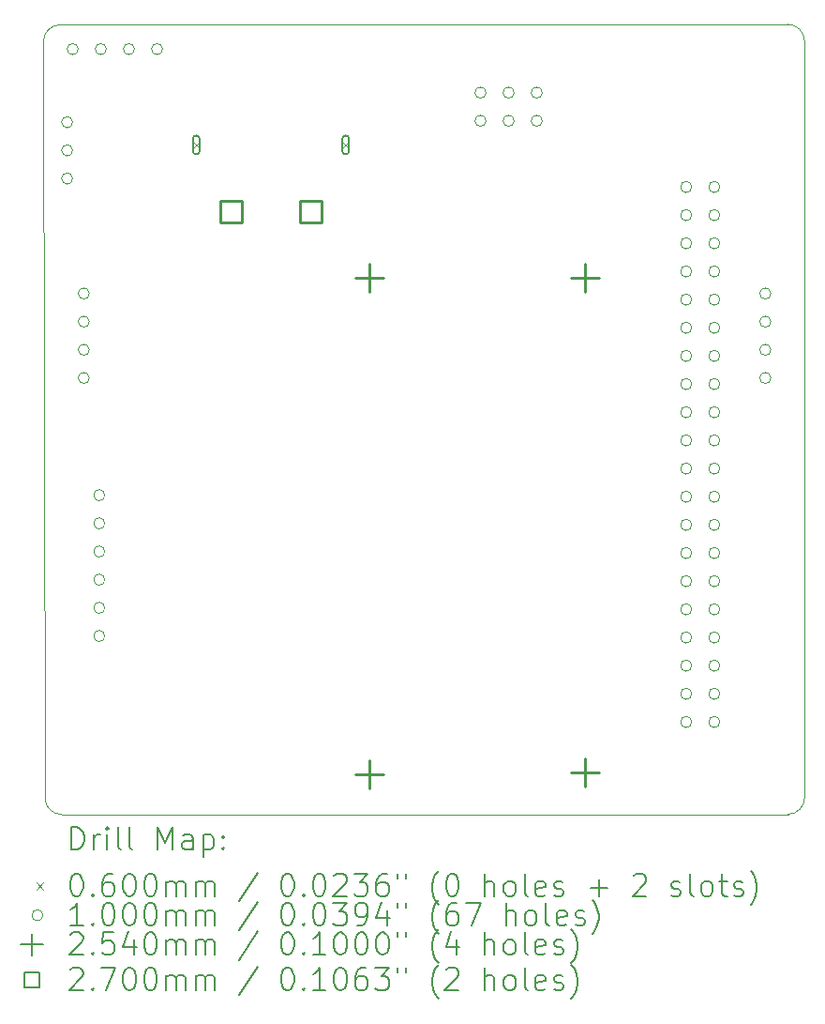
<source format=gbr>
%TF.GenerationSoftware,KiCad,Pcbnew,6.0.8-f2edbf62ab~116~ubuntu22.04.1*%
%TF.CreationDate,2022-11-20T23:04:18-05:00*%
%TF.ProjectId,Pi_HAT_Simple_V3,50695f48-4154-45f5-9369-6d706c655f56,rev?*%
%TF.SameCoordinates,Original*%
%TF.FileFunction,Drillmap*%
%TF.FilePolarity,Positive*%
%FSLAX45Y45*%
G04 Gerber Fmt 4.5, Leading zero omitted, Abs format (unit mm)*
G04 Created by KiCad (PCBNEW 6.0.8-f2edbf62ab~116~ubuntu22.04.1) date 2022-11-20 23:04:18*
%MOMM*%
%LPD*%
G01*
G04 APERTURE LIST*
%ADD10C,0.100000*%
%ADD11C,0.200000*%
%ADD12C,0.060000*%
%ADD13C,0.254000*%
%ADD14C,0.270000*%
G04 APERTURE END LIST*
D10*
X9446066Y-6476250D02*
X16019283Y-6472408D01*
X9446066Y-6476246D02*
G75*
G03*
X9296066Y-6626250I4J-150004D01*
G01*
X9310000Y-13450000D02*
X9296066Y-6626250D01*
X16020717Y-13597592D02*
G75*
G03*
X16170717Y-13447592I-4J150004D01*
G01*
X16169283Y-6622408D02*
X16170717Y-13447592D01*
X9310000Y-13450000D02*
G75*
G03*
X9460000Y-13600000I150000J0D01*
G01*
X16169283Y-6622408D02*
G75*
G03*
X16019283Y-6472408I-150000J0D01*
G01*
X16020717Y-13597592D02*
X9460000Y-13600000D01*
D11*
D12*
X10645000Y-7530000D02*
X10705000Y-7590000D01*
X10705000Y-7530000D02*
X10645000Y-7590000D01*
D11*
X10645000Y-7505000D02*
X10645000Y-7615000D01*
X10705000Y-7505000D02*
X10705000Y-7615000D01*
X10645000Y-7615000D02*
G75*
G03*
X10705000Y-7615000I30000J0D01*
G01*
X10705000Y-7505000D02*
G75*
G03*
X10645000Y-7505000I-30000J0D01*
G01*
D12*
X11995000Y-7530000D02*
X12055000Y-7590000D01*
X12055000Y-7530000D02*
X11995000Y-7590000D01*
D11*
X11995000Y-7505000D02*
X11995000Y-7615000D01*
X12055000Y-7505000D02*
X12055000Y-7615000D01*
X11995000Y-7615000D02*
G75*
G03*
X12055000Y-7615000I30000J0D01*
G01*
X12055000Y-7505000D02*
G75*
G03*
X11995000Y-7505000I-30000J0D01*
G01*
D10*
X9560000Y-7355000D02*
G75*
G03*
X9560000Y-7355000I-50000J0D01*
G01*
X9560000Y-7609000D02*
G75*
G03*
X9560000Y-7609000I-50000J0D01*
G01*
X9560000Y-7863000D02*
G75*
G03*
X9560000Y-7863000I-50000J0D01*
G01*
X9610000Y-6695000D02*
G75*
G03*
X9610000Y-6695000I-50000J0D01*
G01*
X9710000Y-8900000D02*
G75*
G03*
X9710000Y-8900000I-50000J0D01*
G01*
X9710000Y-9154000D02*
G75*
G03*
X9710000Y-9154000I-50000J0D01*
G01*
X9710000Y-9408000D02*
G75*
G03*
X9710000Y-9408000I-50000J0D01*
G01*
X9710000Y-9662000D02*
G75*
G03*
X9710000Y-9662000I-50000J0D01*
G01*
X9850000Y-10720000D02*
G75*
G03*
X9850000Y-10720000I-50000J0D01*
G01*
X9850000Y-10974000D02*
G75*
G03*
X9850000Y-10974000I-50000J0D01*
G01*
X9850000Y-11228000D02*
G75*
G03*
X9850000Y-11228000I-50000J0D01*
G01*
X9850000Y-11482000D02*
G75*
G03*
X9850000Y-11482000I-50000J0D01*
G01*
X9850000Y-11736000D02*
G75*
G03*
X9850000Y-11736000I-50000J0D01*
G01*
X9850000Y-11990000D02*
G75*
G03*
X9850000Y-11990000I-50000J0D01*
G01*
X9864000Y-6695000D02*
G75*
G03*
X9864000Y-6695000I-50000J0D01*
G01*
X10118000Y-6695000D02*
G75*
G03*
X10118000Y-6695000I-50000J0D01*
G01*
X10372000Y-6695000D02*
G75*
G03*
X10372000Y-6695000I-50000J0D01*
G01*
X13292500Y-7088500D02*
G75*
G03*
X13292500Y-7088500I-50000J0D01*
G01*
X13292500Y-7342500D02*
G75*
G03*
X13292500Y-7342500I-50000J0D01*
G01*
X13546500Y-7088500D02*
G75*
G03*
X13546500Y-7088500I-50000J0D01*
G01*
X13546500Y-7342500D02*
G75*
G03*
X13546500Y-7342500I-50000J0D01*
G01*
X13800500Y-7088500D02*
G75*
G03*
X13800500Y-7088500I-50000J0D01*
G01*
X13800500Y-7342500D02*
G75*
G03*
X13800500Y-7342500I-50000J0D01*
G01*
X15150000Y-7940000D02*
G75*
G03*
X15150000Y-7940000I-50000J0D01*
G01*
X15150000Y-8194000D02*
G75*
G03*
X15150000Y-8194000I-50000J0D01*
G01*
X15150000Y-8448000D02*
G75*
G03*
X15150000Y-8448000I-50000J0D01*
G01*
X15150000Y-8702000D02*
G75*
G03*
X15150000Y-8702000I-50000J0D01*
G01*
X15150000Y-8956000D02*
G75*
G03*
X15150000Y-8956000I-50000J0D01*
G01*
X15150000Y-9210000D02*
G75*
G03*
X15150000Y-9210000I-50000J0D01*
G01*
X15150000Y-9464000D02*
G75*
G03*
X15150000Y-9464000I-50000J0D01*
G01*
X15150000Y-9718000D02*
G75*
G03*
X15150000Y-9718000I-50000J0D01*
G01*
X15150000Y-9972000D02*
G75*
G03*
X15150000Y-9972000I-50000J0D01*
G01*
X15150000Y-10226000D02*
G75*
G03*
X15150000Y-10226000I-50000J0D01*
G01*
X15150000Y-10480000D02*
G75*
G03*
X15150000Y-10480000I-50000J0D01*
G01*
X15150000Y-10734000D02*
G75*
G03*
X15150000Y-10734000I-50000J0D01*
G01*
X15150000Y-10988000D02*
G75*
G03*
X15150000Y-10988000I-50000J0D01*
G01*
X15150000Y-11242000D02*
G75*
G03*
X15150000Y-11242000I-50000J0D01*
G01*
X15150000Y-11496000D02*
G75*
G03*
X15150000Y-11496000I-50000J0D01*
G01*
X15150000Y-11750000D02*
G75*
G03*
X15150000Y-11750000I-50000J0D01*
G01*
X15150000Y-12004000D02*
G75*
G03*
X15150000Y-12004000I-50000J0D01*
G01*
X15150000Y-12258000D02*
G75*
G03*
X15150000Y-12258000I-50000J0D01*
G01*
X15150000Y-12512000D02*
G75*
G03*
X15150000Y-12512000I-50000J0D01*
G01*
X15150000Y-12766000D02*
G75*
G03*
X15150000Y-12766000I-50000J0D01*
G01*
X15404000Y-7940000D02*
G75*
G03*
X15404000Y-7940000I-50000J0D01*
G01*
X15404000Y-8194000D02*
G75*
G03*
X15404000Y-8194000I-50000J0D01*
G01*
X15404000Y-8448000D02*
G75*
G03*
X15404000Y-8448000I-50000J0D01*
G01*
X15404000Y-8702000D02*
G75*
G03*
X15404000Y-8702000I-50000J0D01*
G01*
X15404000Y-8956000D02*
G75*
G03*
X15404000Y-8956000I-50000J0D01*
G01*
X15404000Y-9210000D02*
G75*
G03*
X15404000Y-9210000I-50000J0D01*
G01*
X15404000Y-9464000D02*
G75*
G03*
X15404000Y-9464000I-50000J0D01*
G01*
X15404000Y-9718000D02*
G75*
G03*
X15404000Y-9718000I-50000J0D01*
G01*
X15404000Y-9972000D02*
G75*
G03*
X15404000Y-9972000I-50000J0D01*
G01*
X15404000Y-10226000D02*
G75*
G03*
X15404000Y-10226000I-50000J0D01*
G01*
X15404000Y-10480000D02*
G75*
G03*
X15404000Y-10480000I-50000J0D01*
G01*
X15404000Y-10734000D02*
G75*
G03*
X15404000Y-10734000I-50000J0D01*
G01*
X15404000Y-10988000D02*
G75*
G03*
X15404000Y-10988000I-50000J0D01*
G01*
X15404000Y-11242000D02*
G75*
G03*
X15404000Y-11242000I-50000J0D01*
G01*
X15404000Y-11496000D02*
G75*
G03*
X15404000Y-11496000I-50000J0D01*
G01*
X15404000Y-11750000D02*
G75*
G03*
X15404000Y-11750000I-50000J0D01*
G01*
X15404000Y-12004000D02*
G75*
G03*
X15404000Y-12004000I-50000J0D01*
G01*
X15404000Y-12258000D02*
G75*
G03*
X15404000Y-12258000I-50000J0D01*
G01*
X15404000Y-12512000D02*
G75*
G03*
X15404000Y-12512000I-50000J0D01*
G01*
X15404000Y-12766000D02*
G75*
G03*
X15404000Y-12766000I-50000J0D01*
G01*
X15865000Y-8900000D02*
G75*
G03*
X15865000Y-8900000I-50000J0D01*
G01*
X15865000Y-9154000D02*
G75*
G03*
X15865000Y-9154000I-50000J0D01*
G01*
X15865000Y-9408000D02*
G75*
G03*
X15865000Y-9408000I-50000J0D01*
G01*
X15865000Y-9662000D02*
G75*
G03*
X15865000Y-9662000I-50000J0D01*
G01*
D13*
X12240000Y-8633000D02*
X12240000Y-8887000D01*
X12113000Y-8760000D02*
X12367000Y-8760000D01*
X12240000Y-13108000D02*
X12240000Y-13362000D01*
X12113000Y-13235000D02*
X12367000Y-13235000D01*
X14185200Y-13096600D02*
X14185200Y-13350600D01*
X14058200Y-13223600D02*
X14312200Y-13223600D01*
X14190000Y-8633000D02*
X14190000Y-8887000D01*
X14063000Y-8760000D02*
X14317000Y-8760000D01*
D14*
X11085460Y-8255460D02*
X11085460Y-8064540D01*
X10894540Y-8064540D01*
X10894540Y-8255460D01*
X11085460Y-8255460D01*
X11805460Y-8255460D02*
X11805460Y-8064540D01*
X11614540Y-8064540D01*
X11614540Y-8255460D01*
X11805460Y-8255460D01*
D11*
X9548685Y-13915476D02*
X9548685Y-13715476D01*
X9596304Y-13715476D01*
X9624876Y-13725000D01*
X9643923Y-13744048D01*
X9653447Y-13763095D01*
X9662971Y-13801190D01*
X9662971Y-13829762D01*
X9653447Y-13867857D01*
X9643923Y-13886905D01*
X9624876Y-13905952D01*
X9596304Y-13915476D01*
X9548685Y-13915476D01*
X9748685Y-13915476D02*
X9748685Y-13782143D01*
X9748685Y-13820238D02*
X9758209Y-13801190D01*
X9767733Y-13791667D01*
X9786780Y-13782143D01*
X9805828Y-13782143D01*
X9872495Y-13915476D02*
X9872495Y-13782143D01*
X9872495Y-13715476D02*
X9862971Y-13725000D01*
X9872495Y-13734524D01*
X9882018Y-13725000D01*
X9872495Y-13715476D01*
X9872495Y-13734524D01*
X9996304Y-13915476D02*
X9977256Y-13905952D01*
X9967733Y-13886905D01*
X9967733Y-13715476D01*
X10101066Y-13915476D02*
X10082018Y-13905952D01*
X10072495Y-13886905D01*
X10072495Y-13715476D01*
X10329637Y-13915476D02*
X10329637Y-13715476D01*
X10396304Y-13858333D01*
X10462971Y-13715476D01*
X10462971Y-13915476D01*
X10643923Y-13915476D02*
X10643923Y-13810714D01*
X10634399Y-13791667D01*
X10615352Y-13782143D01*
X10577256Y-13782143D01*
X10558209Y-13791667D01*
X10643923Y-13905952D02*
X10624876Y-13915476D01*
X10577256Y-13915476D01*
X10558209Y-13905952D01*
X10548685Y-13886905D01*
X10548685Y-13867857D01*
X10558209Y-13848809D01*
X10577256Y-13839286D01*
X10624876Y-13839286D01*
X10643923Y-13829762D01*
X10739161Y-13782143D02*
X10739161Y-13982143D01*
X10739161Y-13791667D02*
X10758209Y-13782143D01*
X10796304Y-13782143D01*
X10815352Y-13791667D01*
X10824876Y-13801190D01*
X10834399Y-13820238D01*
X10834399Y-13877381D01*
X10824876Y-13896428D01*
X10815352Y-13905952D01*
X10796304Y-13915476D01*
X10758209Y-13915476D01*
X10739161Y-13905952D01*
X10920114Y-13896428D02*
X10929637Y-13905952D01*
X10920114Y-13915476D01*
X10910590Y-13905952D01*
X10920114Y-13896428D01*
X10920114Y-13915476D01*
X10920114Y-13791667D02*
X10929637Y-13801190D01*
X10920114Y-13810714D01*
X10910590Y-13801190D01*
X10920114Y-13791667D01*
X10920114Y-13810714D01*
D12*
X9231066Y-14215000D02*
X9291066Y-14275000D01*
X9291066Y-14215000D02*
X9231066Y-14275000D01*
D11*
X9586780Y-14135476D02*
X9605828Y-14135476D01*
X9624876Y-14145000D01*
X9634399Y-14154524D01*
X9643923Y-14173571D01*
X9653447Y-14211667D01*
X9653447Y-14259286D01*
X9643923Y-14297381D01*
X9634399Y-14316428D01*
X9624876Y-14325952D01*
X9605828Y-14335476D01*
X9586780Y-14335476D01*
X9567733Y-14325952D01*
X9558209Y-14316428D01*
X9548685Y-14297381D01*
X9539161Y-14259286D01*
X9539161Y-14211667D01*
X9548685Y-14173571D01*
X9558209Y-14154524D01*
X9567733Y-14145000D01*
X9586780Y-14135476D01*
X9739161Y-14316428D02*
X9748685Y-14325952D01*
X9739161Y-14335476D01*
X9729637Y-14325952D01*
X9739161Y-14316428D01*
X9739161Y-14335476D01*
X9920114Y-14135476D02*
X9882018Y-14135476D01*
X9862971Y-14145000D01*
X9853447Y-14154524D01*
X9834399Y-14183095D01*
X9824876Y-14221190D01*
X9824876Y-14297381D01*
X9834399Y-14316428D01*
X9843923Y-14325952D01*
X9862971Y-14335476D01*
X9901066Y-14335476D01*
X9920114Y-14325952D01*
X9929637Y-14316428D01*
X9939161Y-14297381D01*
X9939161Y-14249762D01*
X9929637Y-14230714D01*
X9920114Y-14221190D01*
X9901066Y-14211667D01*
X9862971Y-14211667D01*
X9843923Y-14221190D01*
X9834399Y-14230714D01*
X9824876Y-14249762D01*
X10062971Y-14135476D02*
X10082018Y-14135476D01*
X10101066Y-14145000D01*
X10110590Y-14154524D01*
X10120114Y-14173571D01*
X10129637Y-14211667D01*
X10129637Y-14259286D01*
X10120114Y-14297381D01*
X10110590Y-14316428D01*
X10101066Y-14325952D01*
X10082018Y-14335476D01*
X10062971Y-14335476D01*
X10043923Y-14325952D01*
X10034399Y-14316428D01*
X10024876Y-14297381D01*
X10015352Y-14259286D01*
X10015352Y-14211667D01*
X10024876Y-14173571D01*
X10034399Y-14154524D01*
X10043923Y-14145000D01*
X10062971Y-14135476D01*
X10253447Y-14135476D02*
X10272495Y-14135476D01*
X10291542Y-14145000D01*
X10301066Y-14154524D01*
X10310590Y-14173571D01*
X10320114Y-14211667D01*
X10320114Y-14259286D01*
X10310590Y-14297381D01*
X10301066Y-14316428D01*
X10291542Y-14325952D01*
X10272495Y-14335476D01*
X10253447Y-14335476D01*
X10234399Y-14325952D01*
X10224876Y-14316428D01*
X10215352Y-14297381D01*
X10205828Y-14259286D01*
X10205828Y-14211667D01*
X10215352Y-14173571D01*
X10224876Y-14154524D01*
X10234399Y-14145000D01*
X10253447Y-14135476D01*
X10405828Y-14335476D02*
X10405828Y-14202143D01*
X10405828Y-14221190D02*
X10415352Y-14211667D01*
X10434399Y-14202143D01*
X10462971Y-14202143D01*
X10482018Y-14211667D01*
X10491542Y-14230714D01*
X10491542Y-14335476D01*
X10491542Y-14230714D02*
X10501066Y-14211667D01*
X10520114Y-14202143D01*
X10548685Y-14202143D01*
X10567733Y-14211667D01*
X10577256Y-14230714D01*
X10577256Y-14335476D01*
X10672495Y-14335476D02*
X10672495Y-14202143D01*
X10672495Y-14221190D02*
X10682018Y-14211667D01*
X10701066Y-14202143D01*
X10729637Y-14202143D01*
X10748685Y-14211667D01*
X10758209Y-14230714D01*
X10758209Y-14335476D01*
X10758209Y-14230714D02*
X10767733Y-14211667D01*
X10786780Y-14202143D01*
X10815352Y-14202143D01*
X10834399Y-14211667D01*
X10843923Y-14230714D01*
X10843923Y-14335476D01*
X11234399Y-14125952D02*
X11062971Y-14383095D01*
X11491542Y-14135476D02*
X11510590Y-14135476D01*
X11529637Y-14145000D01*
X11539161Y-14154524D01*
X11548685Y-14173571D01*
X11558209Y-14211667D01*
X11558209Y-14259286D01*
X11548685Y-14297381D01*
X11539161Y-14316428D01*
X11529637Y-14325952D01*
X11510590Y-14335476D01*
X11491542Y-14335476D01*
X11472494Y-14325952D01*
X11462971Y-14316428D01*
X11453447Y-14297381D01*
X11443923Y-14259286D01*
X11443923Y-14211667D01*
X11453447Y-14173571D01*
X11462971Y-14154524D01*
X11472494Y-14145000D01*
X11491542Y-14135476D01*
X11643923Y-14316428D02*
X11653447Y-14325952D01*
X11643923Y-14335476D01*
X11634399Y-14325952D01*
X11643923Y-14316428D01*
X11643923Y-14335476D01*
X11777256Y-14135476D02*
X11796304Y-14135476D01*
X11815352Y-14145000D01*
X11824875Y-14154524D01*
X11834399Y-14173571D01*
X11843923Y-14211667D01*
X11843923Y-14259286D01*
X11834399Y-14297381D01*
X11824875Y-14316428D01*
X11815352Y-14325952D01*
X11796304Y-14335476D01*
X11777256Y-14335476D01*
X11758209Y-14325952D01*
X11748685Y-14316428D01*
X11739161Y-14297381D01*
X11729637Y-14259286D01*
X11729637Y-14211667D01*
X11739161Y-14173571D01*
X11748685Y-14154524D01*
X11758209Y-14145000D01*
X11777256Y-14135476D01*
X11920114Y-14154524D02*
X11929637Y-14145000D01*
X11948685Y-14135476D01*
X11996304Y-14135476D01*
X12015352Y-14145000D01*
X12024875Y-14154524D01*
X12034399Y-14173571D01*
X12034399Y-14192619D01*
X12024875Y-14221190D01*
X11910590Y-14335476D01*
X12034399Y-14335476D01*
X12101066Y-14135476D02*
X12224875Y-14135476D01*
X12158209Y-14211667D01*
X12186780Y-14211667D01*
X12205828Y-14221190D01*
X12215352Y-14230714D01*
X12224875Y-14249762D01*
X12224875Y-14297381D01*
X12215352Y-14316428D01*
X12205828Y-14325952D01*
X12186780Y-14335476D01*
X12129637Y-14335476D01*
X12110590Y-14325952D01*
X12101066Y-14316428D01*
X12396304Y-14135476D02*
X12358209Y-14135476D01*
X12339161Y-14145000D01*
X12329637Y-14154524D01*
X12310590Y-14183095D01*
X12301066Y-14221190D01*
X12301066Y-14297381D01*
X12310590Y-14316428D01*
X12320114Y-14325952D01*
X12339161Y-14335476D01*
X12377256Y-14335476D01*
X12396304Y-14325952D01*
X12405828Y-14316428D01*
X12415352Y-14297381D01*
X12415352Y-14249762D01*
X12405828Y-14230714D01*
X12396304Y-14221190D01*
X12377256Y-14211667D01*
X12339161Y-14211667D01*
X12320114Y-14221190D01*
X12310590Y-14230714D01*
X12301066Y-14249762D01*
X12491542Y-14135476D02*
X12491542Y-14173571D01*
X12567733Y-14135476D02*
X12567733Y-14173571D01*
X12862971Y-14411667D02*
X12853447Y-14402143D01*
X12834399Y-14373571D01*
X12824875Y-14354524D01*
X12815352Y-14325952D01*
X12805828Y-14278333D01*
X12805828Y-14240238D01*
X12815352Y-14192619D01*
X12824875Y-14164048D01*
X12834399Y-14145000D01*
X12853447Y-14116428D01*
X12862971Y-14106905D01*
X12977256Y-14135476D02*
X12996304Y-14135476D01*
X13015352Y-14145000D01*
X13024875Y-14154524D01*
X13034399Y-14173571D01*
X13043923Y-14211667D01*
X13043923Y-14259286D01*
X13034399Y-14297381D01*
X13024875Y-14316428D01*
X13015352Y-14325952D01*
X12996304Y-14335476D01*
X12977256Y-14335476D01*
X12958209Y-14325952D01*
X12948685Y-14316428D01*
X12939161Y-14297381D01*
X12929637Y-14259286D01*
X12929637Y-14211667D01*
X12939161Y-14173571D01*
X12948685Y-14154524D01*
X12958209Y-14145000D01*
X12977256Y-14135476D01*
X13282018Y-14335476D02*
X13282018Y-14135476D01*
X13367733Y-14335476D02*
X13367733Y-14230714D01*
X13358209Y-14211667D01*
X13339161Y-14202143D01*
X13310590Y-14202143D01*
X13291542Y-14211667D01*
X13282018Y-14221190D01*
X13491542Y-14335476D02*
X13472494Y-14325952D01*
X13462971Y-14316428D01*
X13453447Y-14297381D01*
X13453447Y-14240238D01*
X13462971Y-14221190D01*
X13472494Y-14211667D01*
X13491542Y-14202143D01*
X13520114Y-14202143D01*
X13539161Y-14211667D01*
X13548685Y-14221190D01*
X13558209Y-14240238D01*
X13558209Y-14297381D01*
X13548685Y-14316428D01*
X13539161Y-14325952D01*
X13520114Y-14335476D01*
X13491542Y-14335476D01*
X13672494Y-14335476D02*
X13653447Y-14325952D01*
X13643923Y-14306905D01*
X13643923Y-14135476D01*
X13824875Y-14325952D02*
X13805828Y-14335476D01*
X13767733Y-14335476D01*
X13748685Y-14325952D01*
X13739161Y-14306905D01*
X13739161Y-14230714D01*
X13748685Y-14211667D01*
X13767733Y-14202143D01*
X13805828Y-14202143D01*
X13824875Y-14211667D01*
X13834399Y-14230714D01*
X13834399Y-14249762D01*
X13739161Y-14268809D01*
X13910590Y-14325952D02*
X13929637Y-14335476D01*
X13967733Y-14335476D01*
X13986780Y-14325952D01*
X13996304Y-14306905D01*
X13996304Y-14297381D01*
X13986780Y-14278333D01*
X13967733Y-14268809D01*
X13939161Y-14268809D01*
X13920114Y-14259286D01*
X13910590Y-14240238D01*
X13910590Y-14230714D01*
X13920114Y-14211667D01*
X13939161Y-14202143D01*
X13967733Y-14202143D01*
X13986780Y-14211667D01*
X14234399Y-14259286D02*
X14386780Y-14259286D01*
X14310590Y-14335476D02*
X14310590Y-14183095D01*
X14624875Y-14154524D02*
X14634399Y-14145000D01*
X14653447Y-14135476D01*
X14701066Y-14135476D01*
X14720114Y-14145000D01*
X14729637Y-14154524D01*
X14739161Y-14173571D01*
X14739161Y-14192619D01*
X14729637Y-14221190D01*
X14615352Y-14335476D01*
X14739161Y-14335476D01*
X14967733Y-14325952D02*
X14986780Y-14335476D01*
X15024875Y-14335476D01*
X15043923Y-14325952D01*
X15053447Y-14306905D01*
X15053447Y-14297381D01*
X15043923Y-14278333D01*
X15024875Y-14268809D01*
X14996304Y-14268809D01*
X14977256Y-14259286D01*
X14967733Y-14240238D01*
X14967733Y-14230714D01*
X14977256Y-14211667D01*
X14996304Y-14202143D01*
X15024875Y-14202143D01*
X15043923Y-14211667D01*
X15167733Y-14335476D02*
X15148685Y-14325952D01*
X15139161Y-14306905D01*
X15139161Y-14135476D01*
X15272494Y-14335476D02*
X15253447Y-14325952D01*
X15243923Y-14316428D01*
X15234399Y-14297381D01*
X15234399Y-14240238D01*
X15243923Y-14221190D01*
X15253447Y-14211667D01*
X15272494Y-14202143D01*
X15301066Y-14202143D01*
X15320114Y-14211667D01*
X15329637Y-14221190D01*
X15339161Y-14240238D01*
X15339161Y-14297381D01*
X15329637Y-14316428D01*
X15320114Y-14325952D01*
X15301066Y-14335476D01*
X15272494Y-14335476D01*
X15396304Y-14202143D02*
X15472494Y-14202143D01*
X15424875Y-14135476D02*
X15424875Y-14306905D01*
X15434399Y-14325952D01*
X15453447Y-14335476D01*
X15472494Y-14335476D01*
X15529637Y-14325952D02*
X15548685Y-14335476D01*
X15586780Y-14335476D01*
X15605828Y-14325952D01*
X15615352Y-14306905D01*
X15615352Y-14297381D01*
X15605828Y-14278333D01*
X15586780Y-14268809D01*
X15558209Y-14268809D01*
X15539161Y-14259286D01*
X15529637Y-14240238D01*
X15529637Y-14230714D01*
X15539161Y-14211667D01*
X15558209Y-14202143D01*
X15586780Y-14202143D01*
X15605828Y-14211667D01*
X15682018Y-14411667D02*
X15691542Y-14402143D01*
X15710590Y-14373571D01*
X15720114Y-14354524D01*
X15729637Y-14325952D01*
X15739161Y-14278333D01*
X15739161Y-14240238D01*
X15729637Y-14192619D01*
X15720114Y-14164048D01*
X15710590Y-14145000D01*
X15691542Y-14116428D01*
X15682018Y-14106905D01*
D10*
X9291066Y-14509000D02*
G75*
G03*
X9291066Y-14509000I-50000J0D01*
G01*
D11*
X9653447Y-14599476D02*
X9539161Y-14599476D01*
X9596304Y-14599476D02*
X9596304Y-14399476D01*
X9577256Y-14428048D01*
X9558209Y-14447095D01*
X9539161Y-14456619D01*
X9739161Y-14580428D02*
X9748685Y-14589952D01*
X9739161Y-14599476D01*
X9729637Y-14589952D01*
X9739161Y-14580428D01*
X9739161Y-14599476D01*
X9872495Y-14399476D02*
X9891542Y-14399476D01*
X9910590Y-14409000D01*
X9920114Y-14418524D01*
X9929637Y-14437571D01*
X9939161Y-14475667D01*
X9939161Y-14523286D01*
X9929637Y-14561381D01*
X9920114Y-14580428D01*
X9910590Y-14589952D01*
X9891542Y-14599476D01*
X9872495Y-14599476D01*
X9853447Y-14589952D01*
X9843923Y-14580428D01*
X9834399Y-14561381D01*
X9824876Y-14523286D01*
X9824876Y-14475667D01*
X9834399Y-14437571D01*
X9843923Y-14418524D01*
X9853447Y-14409000D01*
X9872495Y-14399476D01*
X10062971Y-14399476D02*
X10082018Y-14399476D01*
X10101066Y-14409000D01*
X10110590Y-14418524D01*
X10120114Y-14437571D01*
X10129637Y-14475667D01*
X10129637Y-14523286D01*
X10120114Y-14561381D01*
X10110590Y-14580428D01*
X10101066Y-14589952D01*
X10082018Y-14599476D01*
X10062971Y-14599476D01*
X10043923Y-14589952D01*
X10034399Y-14580428D01*
X10024876Y-14561381D01*
X10015352Y-14523286D01*
X10015352Y-14475667D01*
X10024876Y-14437571D01*
X10034399Y-14418524D01*
X10043923Y-14409000D01*
X10062971Y-14399476D01*
X10253447Y-14399476D02*
X10272495Y-14399476D01*
X10291542Y-14409000D01*
X10301066Y-14418524D01*
X10310590Y-14437571D01*
X10320114Y-14475667D01*
X10320114Y-14523286D01*
X10310590Y-14561381D01*
X10301066Y-14580428D01*
X10291542Y-14589952D01*
X10272495Y-14599476D01*
X10253447Y-14599476D01*
X10234399Y-14589952D01*
X10224876Y-14580428D01*
X10215352Y-14561381D01*
X10205828Y-14523286D01*
X10205828Y-14475667D01*
X10215352Y-14437571D01*
X10224876Y-14418524D01*
X10234399Y-14409000D01*
X10253447Y-14399476D01*
X10405828Y-14599476D02*
X10405828Y-14466143D01*
X10405828Y-14485190D02*
X10415352Y-14475667D01*
X10434399Y-14466143D01*
X10462971Y-14466143D01*
X10482018Y-14475667D01*
X10491542Y-14494714D01*
X10491542Y-14599476D01*
X10491542Y-14494714D02*
X10501066Y-14475667D01*
X10520114Y-14466143D01*
X10548685Y-14466143D01*
X10567733Y-14475667D01*
X10577256Y-14494714D01*
X10577256Y-14599476D01*
X10672495Y-14599476D02*
X10672495Y-14466143D01*
X10672495Y-14485190D02*
X10682018Y-14475667D01*
X10701066Y-14466143D01*
X10729637Y-14466143D01*
X10748685Y-14475667D01*
X10758209Y-14494714D01*
X10758209Y-14599476D01*
X10758209Y-14494714D02*
X10767733Y-14475667D01*
X10786780Y-14466143D01*
X10815352Y-14466143D01*
X10834399Y-14475667D01*
X10843923Y-14494714D01*
X10843923Y-14599476D01*
X11234399Y-14389952D02*
X11062971Y-14647095D01*
X11491542Y-14399476D02*
X11510590Y-14399476D01*
X11529637Y-14409000D01*
X11539161Y-14418524D01*
X11548685Y-14437571D01*
X11558209Y-14475667D01*
X11558209Y-14523286D01*
X11548685Y-14561381D01*
X11539161Y-14580428D01*
X11529637Y-14589952D01*
X11510590Y-14599476D01*
X11491542Y-14599476D01*
X11472494Y-14589952D01*
X11462971Y-14580428D01*
X11453447Y-14561381D01*
X11443923Y-14523286D01*
X11443923Y-14475667D01*
X11453447Y-14437571D01*
X11462971Y-14418524D01*
X11472494Y-14409000D01*
X11491542Y-14399476D01*
X11643923Y-14580428D02*
X11653447Y-14589952D01*
X11643923Y-14599476D01*
X11634399Y-14589952D01*
X11643923Y-14580428D01*
X11643923Y-14599476D01*
X11777256Y-14399476D02*
X11796304Y-14399476D01*
X11815352Y-14409000D01*
X11824875Y-14418524D01*
X11834399Y-14437571D01*
X11843923Y-14475667D01*
X11843923Y-14523286D01*
X11834399Y-14561381D01*
X11824875Y-14580428D01*
X11815352Y-14589952D01*
X11796304Y-14599476D01*
X11777256Y-14599476D01*
X11758209Y-14589952D01*
X11748685Y-14580428D01*
X11739161Y-14561381D01*
X11729637Y-14523286D01*
X11729637Y-14475667D01*
X11739161Y-14437571D01*
X11748685Y-14418524D01*
X11758209Y-14409000D01*
X11777256Y-14399476D01*
X11910590Y-14399476D02*
X12034399Y-14399476D01*
X11967733Y-14475667D01*
X11996304Y-14475667D01*
X12015352Y-14485190D01*
X12024875Y-14494714D01*
X12034399Y-14513762D01*
X12034399Y-14561381D01*
X12024875Y-14580428D01*
X12015352Y-14589952D01*
X11996304Y-14599476D01*
X11939161Y-14599476D01*
X11920114Y-14589952D01*
X11910590Y-14580428D01*
X12129637Y-14599476D02*
X12167733Y-14599476D01*
X12186780Y-14589952D01*
X12196304Y-14580428D01*
X12215352Y-14551857D01*
X12224875Y-14513762D01*
X12224875Y-14437571D01*
X12215352Y-14418524D01*
X12205828Y-14409000D01*
X12186780Y-14399476D01*
X12148685Y-14399476D01*
X12129637Y-14409000D01*
X12120114Y-14418524D01*
X12110590Y-14437571D01*
X12110590Y-14485190D01*
X12120114Y-14504238D01*
X12129637Y-14513762D01*
X12148685Y-14523286D01*
X12186780Y-14523286D01*
X12205828Y-14513762D01*
X12215352Y-14504238D01*
X12224875Y-14485190D01*
X12396304Y-14466143D02*
X12396304Y-14599476D01*
X12348685Y-14389952D02*
X12301066Y-14532809D01*
X12424875Y-14532809D01*
X12491542Y-14399476D02*
X12491542Y-14437571D01*
X12567733Y-14399476D02*
X12567733Y-14437571D01*
X12862971Y-14675667D02*
X12853447Y-14666143D01*
X12834399Y-14637571D01*
X12824875Y-14618524D01*
X12815352Y-14589952D01*
X12805828Y-14542333D01*
X12805828Y-14504238D01*
X12815352Y-14456619D01*
X12824875Y-14428048D01*
X12834399Y-14409000D01*
X12853447Y-14380428D01*
X12862971Y-14370905D01*
X13024875Y-14399476D02*
X12986780Y-14399476D01*
X12967733Y-14409000D01*
X12958209Y-14418524D01*
X12939161Y-14447095D01*
X12929637Y-14485190D01*
X12929637Y-14561381D01*
X12939161Y-14580428D01*
X12948685Y-14589952D01*
X12967733Y-14599476D01*
X13005828Y-14599476D01*
X13024875Y-14589952D01*
X13034399Y-14580428D01*
X13043923Y-14561381D01*
X13043923Y-14513762D01*
X13034399Y-14494714D01*
X13024875Y-14485190D01*
X13005828Y-14475667D01*
X12967733Y-14475667D01*
X12948685Y-14485190D01*
X12939161Y-14494714D01*
X12929637Y-14513762D01*
X13110590Y-14399476D02*
X13243923Y-14399476D01*
X13158209Y-14599476D01*
X13472494Y-14599476D02*
X13472494Y-14399476D01*
X13558209Y-14599476D02*
X13558209Y-14494714D01*
X13548685Y-14475667D01*
X13529637Y-14466143D01*
X13501066Y-14466143D01*
X13482018Y-14475667D01*
X13472494Y-14485190D01*
X13682018Y-14599476D02*
X13662971Y-14589952D01*
X13653447Y-14580428D01*
X13643923Y-14561381D01*
X13643923Y-14504238D01*
X13653447Y-14485190D01*
X13662971Y-14475667D01*
X13682018Y-14466143D01*
X13710590Y-14466143D01*
X13729637Y-14475667D01*
X13739161Y-14485190D01*
X13748685Y-14504238D01*
X13748685Y-14561381D01*
X13739161Y-14580428D01*
X13729637Y-14589952D01*
X13710590Y-14599476D01*
X13682018Y-14599476D01*
X13862971Y-14599476D02*
X13843923Y-14589952D01*
X13834399Y-14570905D01*
X13834399Y-14399476D01*
X14015352Y-14589952D02*
X13996304Y-14599476D01*
X13958209Y-14599476D01*
X13939161Y-14589952D01*
X13929637Y-14570905D01*
X13929637Y-14494714D01*
X13939161Y-14475667D01*
X13958209Y-14466143D01*
X13996304Y-14466143D01*
X14015352Y-14475667D01*
X14024875Y-14494714D01*
X14024875Y-14513762D01*
X13929637Y-14532809D01*
X14101066Y-14589952D02*
X14120114Y-14599476D01*
X14158209Y-14599476D01*
X14177256Y-14589952D01*
X14186780Y-14570905D01*
X14186780Y-14561381D01*
X14177256Y-14542333D01*
X14158209Y-14532809D01*
X14129637Y-14532809D01*
X14110590Y-14523286D01*
X14101066Y-14504238D01*
X14101066Y-14494714D01*
X14110590Y-14475667D01*
X14129637Y-14466143D01*
X14158209Y-14466143D01*
X14177256Y-14475667D01*
X14253447Y-14675667D02*
X14262971Y-14666143D01*
X14282018Y-14637571D01*
X14291542Y-14618524D01*
X14301066Y-14589952D01*
X14310590Y-14542333D01*
X14310590Y-14504238D01*
X14301066Y-14456619D01*
X14291542Y-14428048D01*
X14282018Y-14409000D01*
X14262971Y-14380428D01*
X14253447Y-14370905D01*
X9191066Y-14673000D02*
X9191066Y-14873000D01*
X9091066Y-14773000D02*
X9291066Y-14773000D01*
X9539161Y-14682524D02*
X9548685Y-14673000D01*
X9567733Y-14663476D01*
X9615352Y-14663476D01*
X9634399Y-14673000D01*
X9643923Y-14682524D01*
X9653447Y-14701571D01*
X9653447Y-14720619D01*
X9643923Y-14749190D01*
X9529637Y-14863476D01*
X9653447Y-14863476D01*
X9739161Y-14844428D02*
X9748685Y-14853952D01*
X9739161Y-14863476D01*
X9729637Y-14853952D01*
X9739161Y-14844428D01*
X9739161Y-14863476D01*
X9929637Y-14663476D02*
X9834399Y-14663476D01*
X9824876Y-14758714D01*
X9834399Y-14749190D01*
X9853447Y-14739667D01*
X9901066Y-14739667D01*
X9920114Y-14749190D01*
X9929637Y-14758714D01*
X9939161Y-14777762D01*
X9939161Y-14825381D01*
X9929637Y-14844428D01*
X9920114Y-14853952D01*
X9901066Y-14863476D01*
X9853447Y-14863476D01*
X9834399Y-14853952D01*
X9824876Y-14844428D01*
X10110590Y-14730143D02*
X10110590Y-14863476D01*
X10062971Y-14653952D02*
X10015352Y-14796809D01*
X10139161Y-14796809D01*
X10253447Y-14663476D02*
X10272495Y-14663476D01*
X10291542Y-14673000D01*
X10301066Y-14682524D01*
X10310590Y-14701571D01*
X10320114Y-14739667D01*
X10320114Y-14787286D01*
X10310590Y-14825381D01*
X10301066Y-14844428D01*
X10291542Y-14853952D01*
X10272495Y-14863476D01*
X10253447Y-14863476D01*
X10234399Y-14853952D01*
X10224876Y-14844428D01*
X10215352Y-14825381D01*
X10205828Y-14787286D01*
X10205828Y-14739667D01*
X10215352Y-14701571D01*
X10224876Y-14682524D01*
X10234399Y-14673000D01*
X10253447Y-14663476D01*
X10405828Y-14863476D02*
X10405828Y-14730143D01*
X10405828Y-14749190D02*
X10415352Y-14739667D01*
X10434399Y-14730143D01*
X10462971Y-14730143D01*
X10482018Y-14739667D01*
X10491542Y-14758714D01*
X10491542Y-14863476D01*
X10491542Y-14758714D02*
X10501066Y-14739667D01*
X10520114Y-14730143D01*
X10548685Y-14730143D01*
X10567733Y-14739667D01*
X10577256Y-14758714D01*
X10577256Y-14863476D01*
X10672495Y-14863476D02*
X10672495Y-14730143D01*
X10672495Y-14749190D02*
X10682018Y-14739667D01*
X10701066Y-14730143D01*
X10729637Y-14730143D01*
X10748685Y-14739667D01*
X10758209Y-14758714D01*
X10758209Y-14863476D01*
X10758209Y-14758714D02*
X10767733Y-14739667D01*
X10786780Y-14730143D01*
X10815352Y-14730143D01*
X10834399Y-14739667D01*
X10843923Y-14758714D01*
X10843923Y-14863476D01*
X11234399Y-14653952D02*
X11062971Y-14911095D01*
X11491542Y-14663476D02*
X11510590Y-14663476D01*
X11529637Y-14673000D01*
X11539161Y-14682524D01*
X11548685Y-14701571D01*
X11558209Y-14739667D01*
X11558209Y-14787286D01*
X11548685Y-14825381D01*
X11539161Y-14844428D01*
X11529637Y-14853952D01*
X11510590Y-14863476D01*
X11491542Y-14863476D01*
X11472494Y-14853952D01*
X11462971Y-14844428D01*
X11453447Y-14825381D01*
X11443923Y-14787286D01*
X11443923Y-14739667D01*
X11453447Y-14701571D01*
X11462971Y-14682524D01*
X11472494Y-14673000D01*
X11491542Y-14663476D01*
X11643923Y-14844428D02*
X11653447Y-14853952D01*
X11643923Y-14863476D01*
X11634399Y-14853952D01*
X11643923Y-14844428D01*
X11643923Y-14863476D01*
X11843923Y-14863476D02*
X11729637Y-14863476D01*
X11786780Y-14863476D02*
X11786780Y-14663476D01*
X11767733Y-14692048D01*
X11748685Y-14711095D01*
X11729637Y-14720619D01*
X11967733Y-14663476D02*
X11986780Y-14663476D01*
X12005828Y-14673000D01*
X12015352Y-14682524D01*
X12024875Y-14701571D01*
X12034399Y-14739667D01*
X12034399Y-14787286D01*
X12024875Y-14825381D01*
X12015352Y-14844428D01*
X12005828Y-14853952D01*
X11986780Y-14863476D01*
X11967733Y-14863476D01*
X11948685Y-14853952D01*
X11939161Y-14844428D01*
X11929637Y-14825381D01*
X11920114Y-14787286D01*
X11920114Y-14739667D01*
X11929637Y-14701571D01*
X11939161Y-14682524D01*
X11948685Y-14673000D01*
X11967733Y-14663476D01*
X12158209Y-14663476D02*
X12177256Y-14663476D01*
X12196304Y-14673000D01*
X12205828Y-14682524D01*
X12215352Y-14701571D01*
X12224875Y-14739667D01*
X12224875Y-14787286D01*
X12215352Y-14825381D01*
X12205828Y-14844428D01*
X12196304Y-14853952D01*
X12177256Y-14863476D01*
X12158209Y-14863476D01*
X12139161Y-14853952D01*
X12129637Y-14844428D01*
X12120114Y-14825381D01*
X12110590Y-14787286D01*
X12110590Y-14739667D01*
X12120114Y-14701571D01*
X12129637Y-14682524D01*
X12139161Y-14673000D01*
X12158209Y-14663476D01*
X12348685Y-14663476D02*
X12367733Y-14663476D01*
X12386780Y-14673000D01*
X12396304Y-14682524D01*
X12405828Y-14701571D01*
X12415352Y-14739667D01*
X12415352Y-14787286D01*
X12405828Y-14825381D01*
X12396304Y-14844428D01*
X12386780Y-14853952D01*
X12367733Y-14863476D01*
X12348685Y-14863476D01*
X12329637Y-14853952D01*
X12320114Y-14844428D01*
X12310590Y-14825381D01*
X12301066Y-14787286D01*
X12301066Y-14739667D01*
X12310590Y-14701571D01*
X12320114Y-14682524D01*
X12329637Y-14673000D01*
X12348685Y-14663476D01*
X12491542Y-14663476D02*
X12491542Y-14701571D01*
X12567733Y-14663476D02*
X12567733Y-14701571D01*
X12862971Y-14939667D02*
X12853447Y-14930143D01*
X12834399Y-14901571D01*
X12824875Y-14882524D01*
X12815352Y-14853952D01*
X12805828Y-14806333D01*
X12805828Y-14768238D01*
X12815352Y-14720619D01*
X12824875Y-14692048D01*
X12834399Y-14673000D01*
X12853447Y-14644428D01*
X12862971Y-14634905D01*
X13024875Y-14730143D02*
X13024875Y-14863476D01*
X12977256Y-14653952D02*
X12929637Y-14796809D01*
X13053447Y-14796809D01*
X13282018Y-14863476D02*
X13282018Y-14663476D01*
X13367733Y-14863476D02*
X13367733Y-14758714D01*
X13358209Y-14739667D01*
X13339161Y-14730143D01*
X13310590Y-14730143D01*
X13291542Y-14739667D01*
X13282018Y-14749190D01*
X13491542Y-14863476D02*
X13472494Y-14853952D01*
X13462971Y-14844428D01*
X13453447Y-14825381D01*
X13453447Y-14768238D01*
X13462971Y-14749190D01*
X13472494Y-14739667D01*
X13491542Y-14730143D01*
X13520114Y-14730143D01*
X13539161Y-14739667D01*
X13548685Y-14749190D01*
X13558209Y-14768238D01*
X13558209Y-14825381D01*
X13548685Y-14844428D01*
X13539161Y-14853952D01*
X13520114Y-14863476D01*
X13491542Y-14863476D01*
X13672494Y-14863476D02*
X13653447Y-14853952D01*
X13643923Y-14834905D01*
X13643923Y-14663476D01*
X13824875Y-14853952D02*
X13805828Y-14863476D01*
X13767733Y-14863476D01*
X13748685Y-14853952D01*
X13739161Y-14834905D01*
X13739161Y-14758714D01*
X13748685Y-14739667D01*
X13767733Y-14730143D01*
X13805828Y-14730143D01*
X13824875Y-14739667D01*
X13834399Y-14758714D01*
X13834399Y-14777762D01*
X13739161Y-14796809D01*
X13910590Y-14853952D02*
X13929637Y-14863476D01*
X13967733Y-14863476D01*
X13986780Y-14853952D01*
X13996304Y-14834905D01*
X13996304Y-14825381D01*
X13986780Y-14806333D01*
X13967733Y-14796809D01*
X13939161Y-14796809D01*
X13920114Y-14787286D01*
X13910590Y-14768238D01*
X13910590Y-14758714D01*
X13920114Y-14739667D01*
X13939161Y-14730143D01*
X13967733Y-14730143D01*
X13986780Y-14739667D01*
X14062971Y-14939667D02*
X14072494Y-14930143D01*
X14091542Y-14901571D01*
X14101066Y-14882524D01*
X14110590Y-14853952D01*
X14120114Y-14806333D01*
X14120114Y-14768238D01*
X14110590Y-14720619D01*
X14101066Y-14692048D01*
X14091542Y-14673000D01*
X14072494Y-14644428D01*
X14062971Y-14634905D01*
X9261777Y-15163711D02*
X9261777Y-15022289D01*
X9120355Y-15022289D01*
X9120355Y-15163711D01*
X9261777Y-15163711D01*
X9539161Y-15002524D02*
X9548685Y-14993000D01*
X9567733Y-14983476D01*
X9615352Y-14983476D01*
X9634399Y-14993000D01*
X9643923Y-15002524D01*
X9653447Y-15021571D01*
X9653447Y-15040619D01*
X9643923Y-15069190D01*
X9529637Y-15183476D01*
X9653447Y-15183476D01*
X9739161Y-15164428D02*
X9748685Y-15173952D01*
X9739161Y-15183476D01*
X9729637Y-15173952D01*
X9739161Y-15164428D01*
X9739161Y-15183476D01*
X9815352Y-14983476D02*
X9948685Y-14983476D01*
X9862971Y-15183476D01*
X10062971Y-14983476D02*
X10082018Y-14983476D01*
X10101066Y-14993000D01*
X10110590Y-15002524D01*
X10120114Y-15021571D01*
X10129637Y-15059667D01*
X10129637Y-15107286D01*
X10120114Y-15145381D01*
X10110590Y-15164428D01*
X10101066Y-15173952D01*
X10082018Y-15183476D01*
X10062971Y-15183476D01*
X10043923Y-15173952D01*
X10034399Y-15164428D01*
X10024876Y-15145381D01*
X10015352Y-15107286D01*
X10015352Y-15059667D01*
X10024876Y-15021571D01*
X10034399Y-15002524D01*
X10043923Y-14993000D01*
X10062971Y-14983476D01*
X10253447Y-14983476D02*
X10272495Y-14983476D01*
X10291542Y-14993000D01*
X10301066Y-15002524D01*
X10310590Y-15021571D01*
X10320114Y-15059667D01*
X10320114Y-15107286D01*
X10310590Y-15145381D01*
X10301066Y-15164428D01*
X10291542Y-15173952D01*
X10272495Y-15183476D01*
X10253447Y-15183476D01*
X10234399Y-15173952D01*
X10224876Y-15164428D01*
X10215352Y-15145381D01*
X10205828Y-15107286D01*
X10205828Y-15059667D01*
X10215352Y-15021571D01*
X10224876Y-15002524D01*
X10234399Y-14993000D01*
X10253447Y-14983476D01*
X10405828Y-15183476D02*
X10405828Y-15050143D01*
X10405828Y-15069190D02*
X10415352Y-15059667D01*
X10434399Y-15050143D01*
X10462971Y-15050143D01*
X10482018Y-15059667D01*
X10491542Y-15078714D01*
X10491542Y-15183476D01*
X10491542Y-15078714D02*
X10501066Y-15059667D01*
X10520114Y-15050143D01*
X10548685Y-15050143D01*
X10567733Y-15059667D01*
X10577256Y-15078714D01*
X10577256Y-15183476D01*
X10672495Y-15183476D02*
X10672495Y-15050143D01*
X10672495Y-15069190D02*
X10682018Y-15059667D01*
X10701066Y-15050143D01*
X10729637Y-15050143D01*
X10748685Y-15059667D01*
X10758209Y-15078714D01*
X10758209Y-15183476D01*
X10758209Y-15078714D02*
X10767733Y-15059667D01*
X10786780Y-15050143D01*
X10815352Y-15050143D01*
X10834399Y-15059667D01*
X10843923Y-15078714D01*
X10843923Y-15183476D01*
X11234399Y-14973952D02*
X11062971Y-15231095D01*
X11491542Y-14983476D02*
X11510590Y-14983476D01*
X11529637Y-14993000D01*
X11539161Y-15002524D01*
X11548685Y-15021571D01*
X11558209Y-15059667D01*
X11558209Y-15107286D01*
X11548685Y-15145381D01*
X11539161Y-15164428D01*
X11529637Y-15173952D01*
X11510590Y-15183476D01*
X11491542Y-15183476D01*
X11472494Y-15173952D01*
X11462971Y-15164428D01*
X11453447Y-15145381D01*
X11443923Y-15107286D01*
X11443923Y-15059667D01*
X11453447Y-15021571D01*
X11462971Y-15002524D01*
X11472494Y-14993000D01*
X11491542Y-14983476D01*
X11643923Y-15164428D02*
X11653447Y-15173952D01*
X11643923Y-15183476D01*
X11634399Y-15173952D01*
X11643923Y-15164428D01*
X11643923Y-15183476D01*
X11843923Y-15183476D02*
X11729637Y-15183476D01*
X11786780Y-15183476D02*
X11786780Y-14983476D01*
X11767733Y-15012048D01*
X11748685Y-15031095D01*
X11729637Y-15040619D01*
X11967733Y-14983476D02*
X11986780Y-14983476D01*
X12005828Y-14993000D01*
X12015352Y-15002524D01*
X12024875Y-15021571D01*
X12034399Y-15059667D01*
X12034399Y-15107286D01*
X12024875Y-15145381D01*
X12015352Y-15164428D01*
X12005828Y-15173952D01*
X11986780Y-15183476D01*
X11967733Y-15183476D01*
X11948685Y-15173952D01*
X11939161Y-15164428D01*
X11929637Y-15145381D01*
X11920114Y-15107286D01*
X11920114Y-15059667D01*
X11929637Y-15021571D01*
X11939161Y-15002524D01*
X11948685Y-14993000D01*
X11967733Y-14983476D01*
X12205828Y-14983476D02*
X12167733Y-14983476D01*
X12148685Y-14993000D01*
X12139161Y-15002524D01*
X12120114Y-15031095D01*
X12110590Y-15069190D01*
X12110590Y-15145381D01*
X12120114Y-15164428D01*
X12129637Y-15173952D01*
X12148685Y-15183476D01*
X12186780Y-15183476D01*
X12205828Y-15173952D01*
X12215352Y-15164428D01*
X12224875Y-15145381D01*
X12224875Y-15097762D01*
X12215352Y-15078714D01*
X12205828Y-15069190D01*
X12186780Y-15059667D01*
X12148685Y-15059667D01*
X12129637Y-15069190D01*
X12120114Y-15078714D01*
X12110590Y-15097762D01*
X12291542Y-14983476D02*
X12415352Y-14983476D01*
X12348685Y-15059667D01*
X12377256Y-15059667D01*
X12396304Y-15069190D01*
X12405828Y-15078714D01*
X12415352Y-15097762D01*
X12415352Y-15145381D01*
X12405828Y-15164428D01*
X12396304Y-15173952D01*
X12377256Y-15183476D01*
X12320114Y-15183476D01*
X12301066Y-15173952D01*
X12291542Y-15164428D01*
X12491542Y-14983476D02*
X12491542Y-15021571D01*
X12567733Y-14983476D02*
X12567733Y-15021571D01*
X12862971Y-15259667D02*
X12853447Y-15250143D01*
X12834399Y-15221571D01*
X12824875Y-15202524D01*
X12815352Y-15173952D01*
X12805828Y-15126333D01*
X12805828Y-15088238D01*
X12815352Y-15040619D01*
X12824875Y-15012048D01*
X12834399Y-14993000D01*
X12853447Y-14964428D01*
X12862971Y-14954905D01*
X12929637Y-15002524D02*
X12939161Y-14993000D01*
X12958209Y-14983476D01*
X13005828Y-14983476D01*
X13024875Y-14993000D01*
X13034399Y-15002524D01*
X13043923Y-15021571D01*
X13043923Y-15040619D01*
X13034399Y-15069190D01*
X12920114Y-15183476D01*
X13043923Y-15183476D01*
X13282018Y-15183476D02*
X13282018Y-14983476D01*
X13367733Y-15183476D02*
X13367733Y-15078714D01*
X13358209Y-15059667D01*
X13339161Y-15050143D01*
X13310590Y-15050143D01*
X13291542Y-15059667D01*
X13282018Y-15069190D01*
X13491542Y-15183476D02*
X13472494Y-15173952D01*
X13462971Y-15164428D01*
X13453447Y-15145381D01*
X13453447Y-15088238D01*
X13462971Y-15069190D01*
X13472494Y-15059667D01*
X13491542Y-15050143D01*
X13520114Y-15050143D01*
X13539161Y-15059667D01*
X13548685Y-15069190D01*
X13558209Y-15088238D01*
X13558209Y-15145381D01*
X13548685Y-15164428D01*
X13539161Y-15173952D01*
X13520114Y-15183476D01*
X13491542Y-15183476D01*
X13672494Y-15183476D02*
X13653447Y-15173952D01*
X13643923Y-15154905D01*
X13643923Y-14983476D01*
X13824875Y-15173952D02*
X13805828Y-15183476D01*
X13767733Y-15183476D01*
X13748685Y-15173952D01*
X13739161Y-15154905D01*
X13739161Y-15078714D01*
X13748685Y-15059667D01*
X13767733Y-15050143D01*
X13805828Y-15050143D01*
X13824875Y-15059667D01*
X13834399Y-15078714D01*
X13834399Y-15097762D01*
X13739161Y-15116809D01*
X13910590Y-15173952D02*
X13929637Y-15183476D01*
X13967733Y-15183476D01*
X13986780Y-15173952D01*
X13996304Y-15154905D01*
X13996304Y-15145381D01*
X13986780Y-15126333D01*
X13967733Y-15116809D01*
X13939161Y-15116809D01*
X13920114Y-15107286D01*
X13910590Y-15088238D01*
X13910590Y-15078714D01*
X13920114Y-15059667D01*
X13939161Y-15050143D01*
X13967733Y-15050143D01*
X13986780Y-15059667D01*
X14062971Y-15259667D02*
X14072494Y-15250143D01*
X14091542Y-15221571D01*
X14101066Y-15202524D01*
X14110590Y-15173952D01*
X14120114Y-15126333D01*
X14120114Y-15088238D01*
X14110590Y-15040619D01*
X14101066Y-15012048D01*
X14091542Y-14993000D01*
X14072494Y-14964428D01*
X14062971Y-14954905D01*
M02*

</source>
